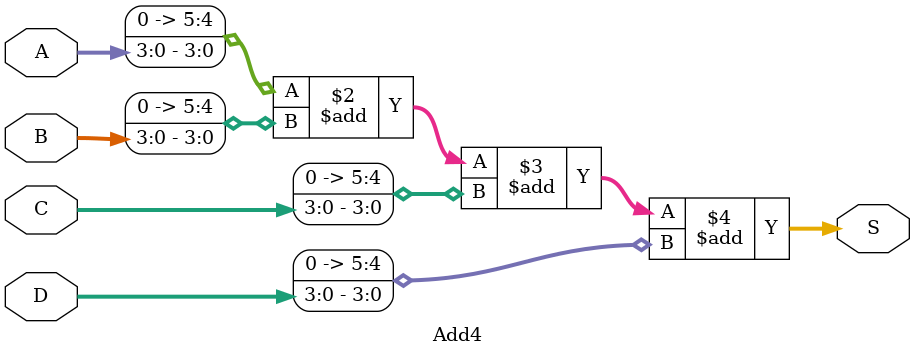
<source format=sv>

module Add4 #(parameter int n = 4) (
    input logic [n-1:0] A, B, C, D,
    output logic [n+1:0] S
);
    // Signals, Constants, Variables, Components
    always_comb begin
        S = {2'b00, A} + {2'b00, B} + {2'b00, C} + {2'b00, D};
        // Without the sign bit
    end
endmodule
</source>
